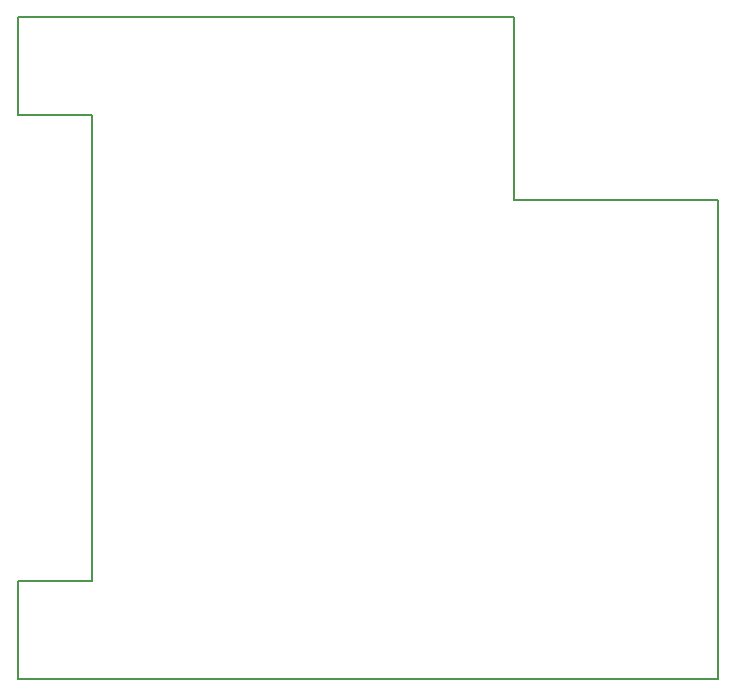
<source format=gm1>
G04 #@! TF.FileFunction,Profile,NP*
%FSLAX46Y46*%
G04 Gerber Fmt 4.6, Leading zero omitted, Abs format (unit mm)*
G04 Created by KiCad (PCBNEW 4.0.7) date 10/10/18 21:00:25*
%MOMM*%
%LPD*%
G01*
G04 APERTURE LIST*
%ADD10C,0.150000*%
G04 APERTURE END LIST*
D10*
X143500000Y-181000000D02*
X196000000Y-181000000D01*
X143500000Y-172750000D02*
X137250000Y-172750000D01*
X143500000Y-133250000D02*
X143500000Y-172750000D01*
X137250000Y-181000000D02*
X137250000Y-172750000D01*
X143500000Y-181000000D02*
X137250000Y-181000000D01*
X137250000Y-133250000D02*
X143500000Y-133250000D01*
X137250000Y-125000000D02*
X137250000Y-133250000D01*
X143500000Y-125000000D02*
X137250000Y-125000000D01*
X179250000Y-140500000D02*
X196500000Y-140500000D01*
X179250000Y-125000000D02*
X179250000Y-140500000D01*
X143500000Y-125000000D02*
X179250000Y-125000000D01*
X196500000Y-181000000D02*
X196000000Y-181000000D01*
X196500000Y-140500000D02*
X196500000Y-181000000D01*
M02*

</source>
